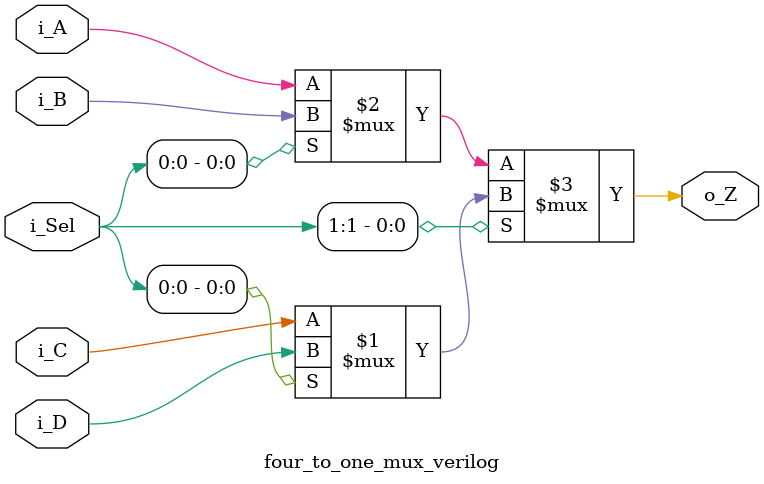
<source format=v>
module four_to_one_mux_verilog
#(parameter bit_width=1)
   (input [bit_width-1:0] i_A, //i_Sel = 00 for i_A 
    input [bit_width-1:0] i_B, //i_Sel = 01 for i_B
    input [bit_width-1:0] i_C, //i_Sel = 10 for i_C
    input [bit_width-1:0] i_D, //i_Sel = 11 for i_D 
    input [1:0] i_Sel,
    
    output [bit_width-1:0]o_Z
    );
    
    assign o_Z = i_Sel[1] ? (i_Sel[0] ? i_D : i_C):(i_Sel[0] ? i_B : i_A);   
endmodule

</source>
